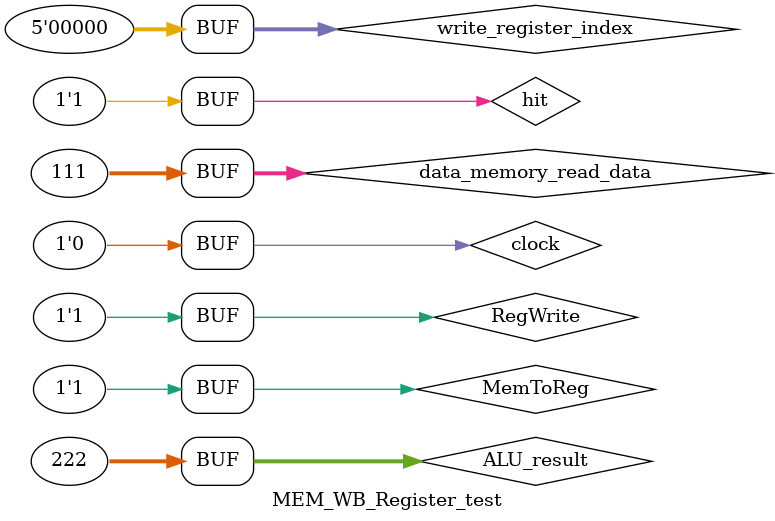
<source format=v>
`timescale 1ns / 1ps

module MEM_WB_Register_test;

	// Inputs
	reg RegWrite;
	reg MemToReg;
	reg [31:0] data_memory_read_data;
	reg [31:0] ALU_result;
	reg [4:0] write_register_index;
	reg hit;
	reg clock;

	// Outputs
	wire RegWrite_output;
	wire MemtoReg_output;
	wire [31:0] data_memory_read_data_output;
	wire [31:0] ALU_result_output;
	wire [4:0] write_register_index_output;

	// Instantiate the Unit Under Test (UUT)
	MEM_WB_pipeline_register uut (
		.RegWrite(RegWrite), 
		.MemToReg(MemToReg), 
		.data_memory_read_data(data_memory_read_data), 
		.ALU_result(ALU_result), 
		.write_register_index(write_register_index), 
		.hit(hit), 
		.clock(clock), 
		.RegWrite_output(RegWrite_output), 
		.MemtoReg_output(MemtoReg_output), 
		.data_memory_read_data_output(data_memory_read_data_output), 
		.ALU_result_output(ALU_result_output), 
		.write_register_index_output(write_register_index_output)
	);

	initial
		begin
			clock = 1;
			
			RegWrite = 1;
			MemToReg = 1;
			data_memory_read_data = 111;
			ALU_result = 222;
			write_register_index = 32;
			hit = 1;
			
			clock = 0;
		end
      
endmodule


</source>
